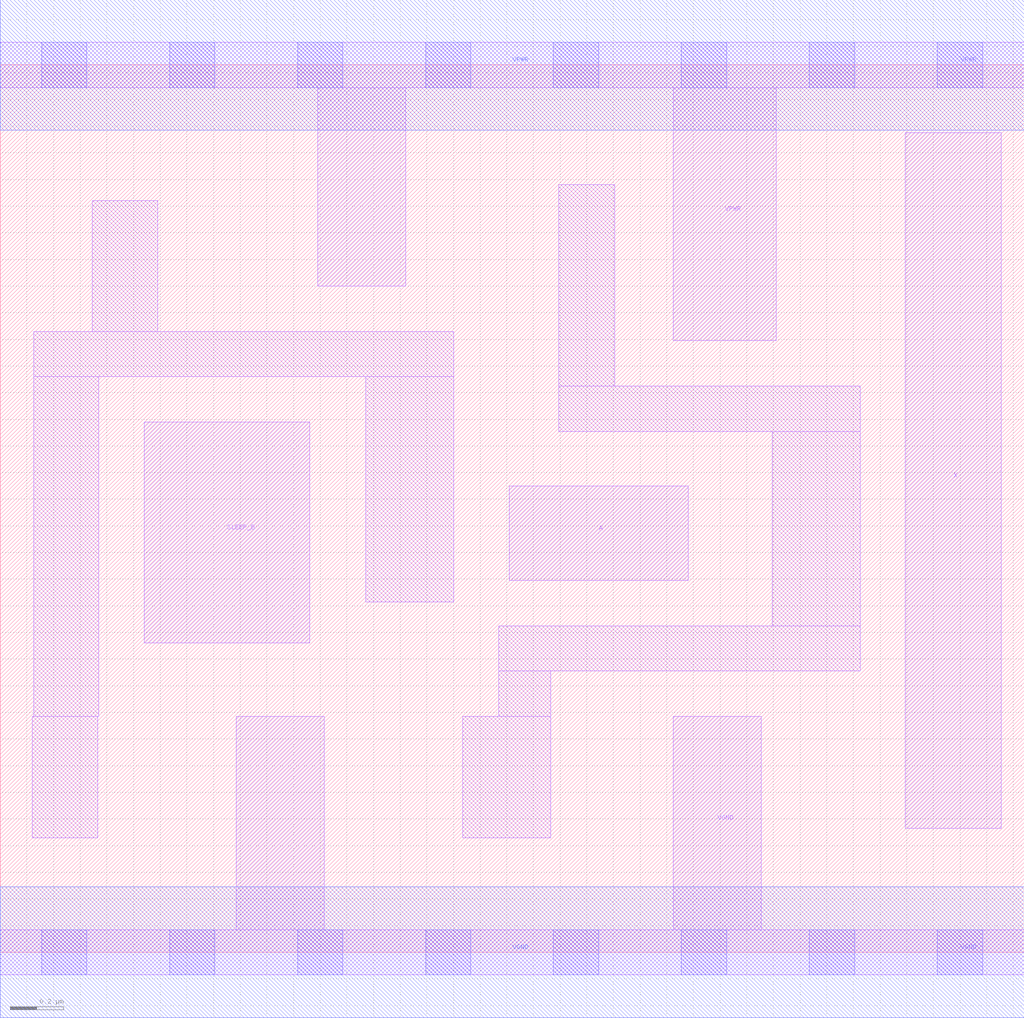
<source format=lef>
# Copyright 2020 The SkyWater PDK Authors
#
# Licensed under the Apache License, Version 2.0 (the "License");
# you may not use this file except in compliance with the License.
# You may obtain a copy of the License at
#
#     https://www.apache.org/licenses/LICENSE-2.0
#
# Unless required by applicable law or agreed to in writing, software
# distributed under the License is distributed on an "AS IS" BASIS,
# WITHOUT WARRANTIES OR CONDITIONS OF ANY KIND, either express or implied.
# See the License for the specific language governing permissions and
# limitations under the License.
#
# SPDX-License-Identifier: Apache-2.0

VERSION 5.7 ;
  NAMESCASESENSITIVE ON ;
  NOWIREEXTENSIONATPIN ON ;
  DIVIDERCHAR "/" ;
  BUSBITCHARS "[]" ;
UNITS
  DATABASE MICRONS 200 ;
END UNITS
MACRO sky130_fd_sc_lp__inputiso1n_lp
  CLASS CORE ;
  SOURCE USER ;
  FOREIGN sky130_fd_sc_lp__inputiso1n_lp ;
  ORIGIN  0.000000  0.000000 ;
  SIZE  3.840000 BY  3.330000 ;
  SYMMETRY X Y R90 ;
  SITE unit ;
  PIN A
    ANTENNAGATEAREA  0.189000 ;
    DIRECTION INPUT ;
    USE SIGNAL ;
    PORT
      LAYER li1 ;
        RECT 1.910000 1.395000 2.580000 1.750000 ;
    END
  END A
  PIN SLEEP_B
    ANTENNAGATEAREA  0.252000 ;
    DIRECTION INPUT ;
    USE SIGNAL ;
    PORT
      LAYER li1 ;
        RECT 0.540000 1.160000 1.160000 1.990000 ;
    END
  END SLEEP_B
  PIN X
    ANTENNADIFFAREA  0.445200 ;
    DIRECTION OUTPUT ;
    USE SIGNAL ;
    PORT
      LAYER li1 ;
        RECT 3.395000 0.465000 3.755000 3.075000 ;
    END
  END X
  PIN VGND
    DIRECTION INOUT ;
    USE GROUND ;
    PORT
      LAYER li1 ;
        RECT 0.000000 -0.085000 3.840000 0.085000 ;
        RECT 0.885000  0.085000 1.215000 0.885000 ;
        RECT 2.525000  0.085000 2.855000 0.885000 ;
      LAYER mcon ;
        RECT 0.155000 -0.085000 0.325000 0.085000 ;
        RECT 0.635000 -0.085000 0.805000 0.085000 ;
        RECT 1.115000 -0.085000 1.285000 0.085000 ;
        RECT 1.595000 -0.085000 1.765000 0.085000 ;
        RECT 2.075000 -0.085000 2.245000 0.085000 ;
        RECT 2.555000 -0.085000 2.725000 0.085000 ;
        RECT 3.035000 -0.085000 3.205000 0.085000 ;
        RECT 3.515000 -0.085000 3.685000 0.085000 ;
      LAYER met1 ;
        RECT 0.000000 -0.245000 3.840000 0.245000 ;
    END
  END VGND
  PIN VPWR
    DIRECTION INOUT ;
    USE POWER ;
    PORT
      LAYER li1 ;
        RECT 0.000000 3.245000 3.840000 3.415000 ;
        RECT 1.190000 2.500000 1.520000 3.245000 ;
        RECT 2.525000 2.295000 2.910000 3.245000 ;
      LAYER mcon ;
        RECT 0.155000 3.245000 0.325000 3.415000 ;
        RECT 0.635000 3.245000 0.805000 3.415000 ;
        RECT 1.115000 3.245000 1.285000 3.415000 ;
        RECT 1.595000 3.245000 1.765000 3.415000 ;
        RECT 2.075000 3.245000 2.245000 3.415000 ;
        RECT 2.555000 3.245000 2.725000 3.415000 ;
        RECT 3.035000 3.245000 3.205000 3.415000 ;
        RECT 3.515000 3.245000 3.685000 3.415000 ;
      LAYER met1 ;
        RECT 0.000000 3.085000 3.840000 3.575000 ;
    END
  END VPWR
  OBS
    LAYER li1 ;
      RECT 0.120000 0.430000 0.365000 0.885000 ;
      RECT 0.125000 0.885000 0.370000 2.160000 ;
      RECT 0.125000 2.160000 1.700000 2.330000 ;
      RECT 0.345000 2.330000 0.590000 2.820000 ;
      RECT 1.370000 1.315000 1.700000 2.160000 ;
      RECT 1.735000 0.430000 2.065000 0.885000 ;
      RECT 1.870000 0.885000 2.065000 1.055000 ;
      RECT 1.870000 1.055000 3.225000 1.225000 ;
      RECT 2.095000 1.955000 3.225000 2.125000 ;
      RECT 2.095000 2.125000 2.305000 2.880000 ;
      RECT 2.895000 1.225000 3.225000 1.955000 ;
  END
END sky130_fd_sc_lp__inputiso1n_lp

</source>
